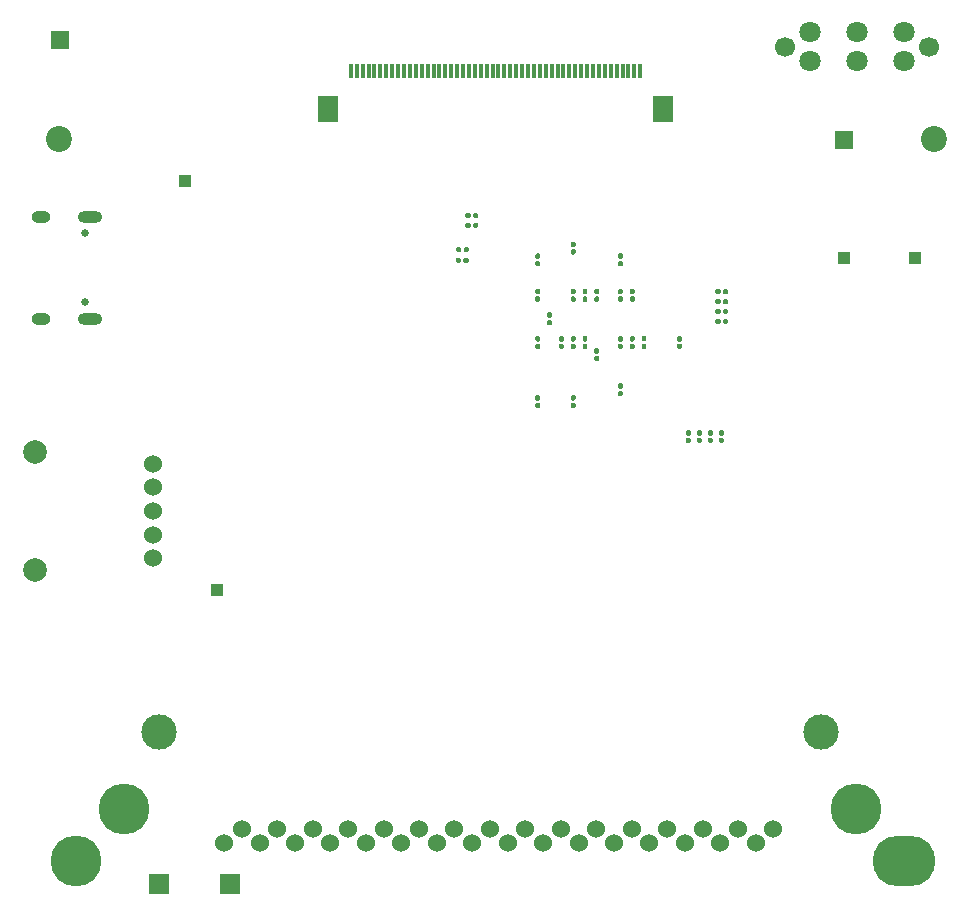
<source format=gbs>
G04 #@! TF.GenerationSoftware,KiCad,Pcbnew,(5.1.10-1-10_14)*
G04 #@! TF.CreationDate,2021-07-07T16:40:42+02:00*
G04 #@! TF.ProjectId,gb-fpga,67622d66-7067-4612-9e6b-696361645f70,rev?*
G04 #@! TF.SameCoordinates,Original*
G04 #@! TF.FileFunction,Soldermask,Bot*
G04 #@! TF.FilePolarity,Negative*
%FSLAX46Y46*%
G04 Gerber Fmt 4.6, Leading zero omitted, Abs format (unit mm)*
G04 Created by KiCad (PCBNEW (5.1.10-1-10_14)) date 2021-07-07 16:40:42*
%MOMM*%
%LPD*%
G01*
G04 APERTURE LIST*
%ADD10C,2.000000*%
%ADD11C,1.524000*%
%ADD12C,1.800000*%
%ADD13C,1.700000*%
%ADD14C,4.300000*%
%ADD15C,3.000000*%
%ADD16O,5.300000X4.300000*%
%ADD17C,2.200000*%
%ADD18O,2.100000X1.000000*%
%ADD19O,1.600000X1.000000*%
%ADD20C,0.650000*%
%ADD21R,1.700000X1.700000*%
%ADD22R,1.800000X2.200000*%
%ADD23R,0.300000X1.300000*%
%ADD24R,1.000000X1.000000*%
%ADD25R,1.500000X1.500000*%
G04 APERTURE END LIST*
D10*
X1500000Y39600000D03*
X1500000Y29600000D03*
D11*
X11500000Y38600000D03*
X11500000Y36600000D03*
X11500000Y34600000D03*
X11500000Y32600000D03*
X11500000Y30600000D03*
D12*
X75100000Y72650000D03*
X75100000Y75150000D03*
X71100000Y72650000D03*
X71100000Y75150000D03*
X67100000Y72650000D03*
X67100000Y75150000D03*
D13*
X77200000Y73900000D03*
X65000000Y73900000D03*
D14*
X71025000Y9400000D03*
X9025000Y9400000D03*
D15*
X68025000Y15900000D03*
X12025000Y15900000D03*
D11*
X64025000Y7700000D03*
X61025000Y7700000D03*
X58025000Y7700000D03*
X55025000Y7700000D03*
X52025000Y7700000D03*
X49025000Y7700000D03*
X46025000Y7700000D03*
X43025000Y7700000D03*
X40025000Y7700000D03*
X37025000Y7700000D03*
X34025000Y7700000D03*
X31025000Y7700000D03*
X28025000Y7700000D03*
X25025000Y7700000D03*
X22025000Y7700000D03*
X19025000Y7700000D03*
X62525000Y6500000D03*
X59525000Y6500000D03*
X56525000Y6500000D03*
X53525000Y6500000D03*
X50525000Y6500000D03*
X47525000Y6500000D03*
X44525000Y6500000D03*
X41525000Y6500000D03*
X38525000Y6500000D03*
X35525000Y6500000D03*
X32525000Y6500000D03*
X29525000Y6500000D03*
X26525000Y6500000D03*
X23525000Y6500000D03*
X20525000Y6500000D03*
X17525000Y6500000D03*
D14*
X5000000Y5000000D03*
D16*
X75100000Y5000000D03*
D17*
X77600000Y66100000D03*
X3500000Y66100000D03*
D18*
X6205000Y59520000D03*
X6205000Y50880000D03*
D19*
X2025000Y59520000D03*
X2025000Y50880000D03*
D20*
X5705000Y52310000D03*
X5705000Y58090000D03*
D21*
X18000000Y3000000D03*
X12000000Y3000000D03*
D22*
X26350000Y68600000D03*
X54650000Y68600000D03*
D23*
X52750000Y71850000D03*
X52250000Y71850000D03*
X51750000Y71850000D03*
X51250000Y71850000D03*
X50750000Y71850000D03*
X50250000Y71850000D03*
X49750000Y71850000D03*
X49250000Y71850000D03*
X48750000Y71850000D03*
X48250000Y71850000D03*
X47750000Y71850000D03*
X47250000Y71850000D03*
X46750000Y71850000D03*
X46250000Y71850000D03*
X45750000Y71850000D03*
X45250000Y71850000D03*
X44750000Y71850000D03*
X44250000Y71850000D03*
X43750000Y71850000D03*
X43250000Y71850000D03*
X42750000Y71850000D03*
X42250000Y71850000D03*
X41750000Y71850000D03*
X41250000Y71850000D03*
X40750000Y71850000D03*
X40250000Y71850000D03*
X39750000Y71850000D03*
X39250000Y71850000D03*
X38750000Y71850000D03*
X38250000Y71850000D03*
X37750000Y71850000D03*
X37250000Y71850000D03*
X36750000Y71850000D03*
X36250000Y71850000D03*
X35750000Y71850000D03*
X35250000Y71850000D03*
X34750000Y71850000D03*
X34250000Y71850000D03*
X33750000Y71850000D03*
X33250000Y71850000D03*
X32750000Y71850000D03*
X32250000Y71850000D03*
X31750000Y71850000D03*
X31250000Y71850000D03*
X30750000Y71850000D03*
X30250000Y71850000D03*
X29750000Y71850000D03*
X29250000Y71850000D03*
X28750000Y71850000D03*
X28250000Y71850000D03*
G36*
G01*
X51975000Y49400000D02*
X52175000Y49400000D01*
G75*
G02*
X52275000Y49300000I0J-100000D01*
G01*
X52275000Y49040000D01*
G75*
G02*
X52175000Y48940000I-100000J0D01*
G01*
X51975000Y48940000D01*
G75*
G02*
X51875000Y49040000I0J100000D01*
G01*
X51875000Y49300000D01*
G75*
G02*
X51975000Y49400000I100000J0D01*
G01*
G37*
G36*
G01*
X51975000Y48760000D02*
X52175000Y48760000D01*
G75*
G02*
X52275000Y48660000I0J-100000D01*
G01*
X52275000Y48400000D01*
G75*
G02*
X52175000Y48300000I-100000J0D01*
G01*
X51975000Y48300000D01*
G75*
G02*
X51875000Y48400000I0J100000D01*
G01*
X51875000Y48660000D01*
G75*
G02*
X51975000Y48760000I100000J0D01*
G01*
G37*
G36*
G01*
X46175000Y48940000D02*
X45975000Y48940000D01*
G75*
G02*
X45875000Y49040000I0J100000D01*
G01*
X45875000Y49300000D01*
G75*
G02*
X45975000Y49400000I100000J0D01*
G01*
X46175000Y49400000D01*
G75*
G02*
X46275000Y49300000I0J-100000D01*
G01*
X46275000Y49040000D01*
G75*
G02*
X46175000Y48940000I-100000J0D01*
G01*
G37*
G36*
G01*
X46175000Y48300000D02*
X45975000Y48300000D01*
G75*
G02*
X45875000Y48400000I0J100000D01*
G01*
X45875000Y48660000D01*
G75*
G02*
X45975000Y48760000I100000J0D01*
G01*
X46175000Y48760000D01*
G75*
G02*
X46275000Y48660000I0J-100000D01*
G01*
X46275000Y48400000D01*
G75*
G02*
X46175000Y48300000I-100000J0D01*
G01*
G37*
G36*
G01*
X49175000Y47275000D02*
X48975000Y47275000D01*
G75*
G02*
X48875000Y47375000I0J100000D01*
G01*
X48875000Y47635000D01*
G75*
G02*
X48975000Y47735000I100000J0D01*
G01*
X49175000Y47735000D01*
G75*
G02*
X49275000Y47635000I0J-100000D01*
G01*
X49275000Y47375000D01*
G75*
G02*
X49175000Y47275000I-100000J0D01*
G01*
G37*
G36*
G01*
X49175000Y47915000D02*
X48975000Y47915000D01*
G75*
G02*
X48875000Y48015000I0J100000D01*
G01*
X48875000Y48275000D01*
G75*
G02*
X48975000Y48375000I100000J0D01*
G01*
X49175000Y48375000D01*
G75*
G02*
X49275000Y48275000I0J-100000D01*
G01*
X49275000Y48015000D01*
G75*
G02*
X49175000Y47915000I-100000J0D01*
G01*
G37*
G36*
G01*
X55975000Y48760000D02*
X56175000Y48760000D01*
G75*
G02*
X56275000Y48660000I0J-100000D01*
G01*
X56275000Y48400000D01*
G75*
G02*
X56175000Y48300000I-100000J0D01*
G01*
X55975000Y48300000D01*
G75*
G02*
X55875000Y48400000I0J100000D01*
G01*
X55875000Y48660000D01*
G75*
G02*
X55975000Y48760000I100000J0D01*
G01*
G37*
G36*
G01*
X55975000Y49400000D02*
X56175000Y49400000D01*
G75*
G02*
X56275000Y49300000I0J-100000D01*
G01*
X56275000Y49040000D01*
G75*
G02*
X56175000Y48940000I-100000J0D01*
G01*
X55975000Y48940000D01*
G75*
G02*
X55875000Y49040000I0J100000D01*
G01*
X55875000Y49300000D01*
G75*
G02*
X55975000Y49400000I100000J0D01*
G01*
G37*
G36*
G01*
X47175000Y52940000D02*
X46975000Y52940000D01*
G75*
G02*
X46875000Y53040000I0J100000D01*
G01*
X46875000Y53300000D01*
G75*
G02*
X46975000Y53400000I100000J0D01*
G01*
X47175000Y53400000D01*
G75*
G02*
X47275000Y53300000I0J-100000D01*
G01*
X47275000Y53040000D01*
G75*
G02*
X47175000Y52940000I-100000J0D01*
G01*
G37*
G36*
G01*
X47175000Y52300000D02*
X46975000Y52300000D01*
G75*
G02*
X46875000Y52400000I0J100000D01*
G01*
X46875000Y52660000D01*
G75*
G02*
X46975000Y52760000I100000J0D01*
G01*
X47175000Y52760000D01*
G75*
G02*
X47275000Y52660000I0J-100000D01*
G01*
X47275000Y52400000D01*
G75*
G02*
X47175000Y52300000I-100000J0D01*
G01*
G37*
G36*
G01*
X49175000Y52300000D02*
X48975000Y52300000D01*
G75*
G02*
X48875000Y52400000I0J100000D01*
G01*
X48875000Y52660000D01*
G75*
G02*
X48975000Y52760000I100000J0D01*
G01*
X49175000Y52760000D01*
G75*
G02*
X49275000Y52660000I0J-100000D01*
G01*
X49275000Y52400000D01*
G75*
G02*
X49175000Y52300000I-100000J0D01*
G01*
G37*
G36*
G01*
X49175000Y52940000D02*
X48975000Y52940000D01*
G75*
G02*
X48875000Y53040000I0J100000D01*
G01*
X48875000Y53300000D01*
G75*
G02*
X48975000Y53400000I100000J0D01*
G01*
X49175000Y53400000D01*
G75*
G02*
X49275000Y53300000I0J-100000D01*
G01*
X49275000Y53040000D01*
G75*
G02*
X49175000Y52940000I-100000J0D01*
G01*
G37*
G36*
G01*
X50975000Y52755000D02*
X51175000Y52755000D01*
G75*
G02*
X51275000Y52655000I0J-100000D01*
G01*
X51275000Y52395000D01*
G75*
G02*
X51175000Y52295000I-100000J0D01*
G01*
X50975000Y52295000D01*
G75*
G02*
X50875000Y52395000I0J100000D01*
G01*
X50875000Y52655000D01*
G75*
G02*
X50975000Y52755000I100000J0D01*
G01*
G37*
G36*
G01*
X50975000Y53395000D02*
X51175000Y53395000D01*
G75*
G02*
X51275000Y53295000I0J-100000D01*
G01*
X51275000Y53035000D01*
G75*
G02*
X51175000Y52935000I-100000J0D01*
G01*
X50975000Y52935000D01*
G75*
G02*
X50875000Y53035000I0J100000D01*
G01*
X50875000Y53295000D01*
G75*
G02*
X50975000Y53395000I100000J0D01*
G01*
G37*
G36*
G01*
X48175000Y48300000D02*
X47975000Y48300000D01*
G75*
G02*
X47875000Y48400000I0J100000D01*
G01*
X47875000Y48660000D01*
G75*
G02*
X47975000Y48760000I100000J0D01*
G01*
X48175000Y48760000D01*
G75*
G02*
X48275000Y48660000I0J-100000D01*
G01*
X48275000Y48400000D01*
G75*
G02*
X48175000Y48300000I-100000J0D01*
G01*
G37*
G36*
G01*
X48175000Y48940000D02*
X47975000Y48940000D01*
G75*
G02*
X47875000Y49040000I0J100000D01*
G01*
X47875000Y49300000D01*
G75*
G02*
X47975000Y49400000I100000J0D01*
G01*
X48175000Y49400000D01*
G75*
G02*
X48275000Y49300000I0J-100000D01*
G01*
X48275000Y49040000D01*
G75*
G02*
X48175000Y48940000I-100000J0D01*
G01*
G37*
G36*
G01*
X47975000Y52760000D02*
X48175000Y52760000D01*
G75*
G02*
X48275000Y52660000I0J-100000D01*
G01*
X48275000Y52400000D01*
G75*
G02*
X48175000Y52300000I-100000J0D01*
G01*
X47975000Y52300000D01*
G75*
G02*
X47875000Y52400000I0J100000D01*
G01*
X47875000Y52660000D01*
G75*
G02*
X47975000Y52760000I100000J0D01*
G01*
G37*
G36*
G01*
X47975000Y53400000D02*
X48175000Y53400000D01*
G75*
G02*
X48275000Y53300000I0J-100000D01*
G01*
X48275000Y53040000D01*
G75*
G02*
X48175000Y52940000I-100000J0D01*
G01*
X47975000Y52940000D01*
G75*
G02*
X47875000Y53040000I0J100000D01*
G01*
X47875000Y53300000D01*
G75*
G02*
X47975000Y53400000I100000J0D01*
G01*
G37*
G36*
G01*
X51175000Y48300000D02*
X50975000Y48300000D01*
G75*
G02*
X50875000Y48400000I0J100000D01*
G01*
X50875000Y48660000D01*
G75*
G02*
X50975000Y48760000I100000J0D01*
G01*
X51175000Y48760000D01*
G75*
G02*
X51275000Y48660000I0J-100000D01*
G01*
X51275000Y48400000D01*
G75*
G02*
X51175000Y48300000I-100000J0D01*
G01*
G37*
G36*
G01*
X51175000Y48940000D02*
X50975000Y48940000D01*
G75*
G02*
X50875000Y49040000I0J100000D01*
G01*
X50875000Y49300000D01*
G75*
G02*
X50975000Y49400000I100000J0D01*
G01*
X51175000Y49400000D01*
G75*
G02*
X51275000Y49300000I0J-100000D01*
G01*
X51275000Y49040000D01*
G75*
G02*
X51175000Y48940000I-100000J0D01*
G01*
G37*
G36*
G01*
X52175000Y52940000D02*
X51975000Y52940000D01*
G75*
G02*
X51875000Y53040000I0J100000D01*
G01*
X51875000Y53300000D01*
G75*
G02*
X51975000Y53400000I100000J0D01*
G01*
X52175000Y53400000D01*
G75*
G02*
X52275000Y53300000I0J-100000D01*
G01*
X52275000Y53040000D01*
G75*
G02*
X52175000Y52940000I-100000J0D01*
G01*
G37*
G36*
G01*
X52175000Y52300000D02*
X51975000Y52300000D01*
G75*
G02*
X51875000Y52400000I0J100000D01*
G01*
X51875000Y52660000D01*
G75*
G02*
X51975000Y52760000I100000J0D01*
G01*
X52175000Y52760000D01*
G75*
G02*
X52275000Y52660000I0J-100000D01*
G01*
X52275000Y52400000D01*
G75*
G02*
X52175000Y52300000I-100000J0D01*
G01*
G37*
G36*
G01*
X46975000Y48760000D02*
X47175000Y48760000D01*
G75*
G02*
X47275000Y48660000I0J-100000D01*
G01*
X47275000Y48400000D01*
G75*
G02*
X47175000Y48300000I-100000J0D01*
G01*
X46975000Y48300000D01*
G75*
G02*
X46875000Y48400000I0J100000D01*
G01*
X46875000Y48660000D01*
G75*
G02*
X46975000Y48760000I100000J0D01*
G01*
G37*
G36*
G01*
X46975000Y49400000D02*
X47175000Y49400000D01*
G75*
G02*
X47275000Y49300000I0J-100000D01*
G01*
X47275000Y49040000D01*
G75*
G02*
X47175000Y48940000I-100000J0D01*
G01*
X46975000Y48940000D01*
G75*
G02*
X46875000Y49040000I0J100000D01*
G01*
X46875000Y49300000D01*
G75*
G02*
X46975000Y49400000I100000J0D01*
G01*
G37*
G36*
G01*
X53175000Y48305000D02*
X52975000Y48305000D01*
G75*
G02*
X52875000Y48405000I0J100000D01*
G01*
X52875000Y48665000D01*
G75*
G02*
X52975000Y48765000I100000J0D01*
G01*
X53175000Y48765000D01*
G75*
G02*
X53275000Y48665000I0J-100000D01*
G01*
X53275000Y48405000D01*
G75*
G02*
X53175000Y48305000I-100000J0D01*
G01*
G37*
G36*
G01*
X53175000Y48945000D02*
X52975000Y48945000D01*
G75*
G02*
X52875000Y49045000I0J100000D01*
G01*
X52875000Y49305000D01*
G75*
G02*
X52975000Y49405000I100000J0D01*
G01*
X53175000Y49405000D01*
G75*
G02*
X53275000Y49305000I0J-100000D01*
G01*
X53275000Y49045000D01*
G75*
G02*
X53175000Y48945000I-100000J0D01*
G01*
G37*
G36*
G01*
X39050000Y59700000D02*
X39050000Y59500000D01*
G75*
G02*
X38950000Y59400000I-100000J0D01*
G01*
X38690000Y59400000D01*
G75*
G02*
X38590000Y59500000I0J100000D01*
G01*
X38590000Y59700000D01*
G75*
G02*
X38690000Y59800000I100000J0D01*
G01*
X38950000Y59800000D01*
G75*
G02*
X39050000Y59700000I0J-100000D01*
G01*
G37*
G36*
G01*
X38410000Y59700000D02*
X38410000Y59500000D01*
G75*
G02*
X38310000Y59400000I-100000J0D01*
G01*
X38050000Y59400000D01*
G75*
G02*
X37950000Y59500000I0J100000D01*
G01*
X37950000Y59700000D01*
G75*
G02*
X38050000Y59800000I100000J0D01*
G01*
X38310000Y59800000D01*
G75*
G02*
X38410000Y59700000I0J-100000D01*
G01*
G37*
G36*
G01*
X59740000Y52220000D02*
X59740000Y52420000D01*
G75*
G02*
X59840000Y52520000I100000J0D01*
G01*
X60100000Y52520000D01*
G75*
G02*
X60200000Y52420000I0J-100000D01*
G01*
X60200000Y52220000D01*
G75*
G02*
X60100000Y52120000I-100000J0D01*
G01*
X59840000Y52120000D01*
G75*
G02*
X59740000Y52220000I0J100000D01*
G01*
G37*
G36*
G01*
X59100000Y52220000D02*
X59100000Y52420000D01*
G75*
G02*
X59200000Y52520000I100000J0D01*
G01*
X59460000Y52520000D01*
G75*
G02*
X59560000Y52420000I0J-100000D01*
G01*
X59560000Y52220000D01*
G75*
G02*
X59460000Y52120000I-100000J0D01*
G01*
X59200000Y52120000D01*
G75*
G02*
X59100000Y52220000I0J100000D01*
G01*
G37*
G36*
G01*
X57660000Y40800000D02*
X57860000Y40800000D01*
G75*
G02*
X57960000Y40700000I0J-100000D01*
G01*
X57960000Y40440000D01*
G75*
G02*
X57860000Y40340000I-100000J0D01*
G01*
X57660000Y40340000D01*
G75*
G02*
X57560000Y40440000I0J100000D01*
G01*
X57560000Y40700000D01*
G75*
G02*
X57660000Y40800000I100000J0D01*
G01*
G37*
G36*
G01*
X57660000Y41440000D02*
X57860000Y41440000D01*
G75*
G02*
X57960000Y41340000I0J-100000D01*
G01*
X57960000Y41080000D01*
G75*
G02*
X57860000Y40980000I-100000J0D01*
G01*
X57660000Y40980000D01*
G75*
G02*
X57560000Y41080000I0J100000D01*
G01*
X57560000Y41340000D01*
G75*
G02*
X57660000Y41440000I100000J0D01*
G01*
G37*
G36*
G01*
X43975000Y44400000D02*
X44175000Y44400000D01*
G75*
G02*
X44275000Y44300000I0J-100000D01*
G01*
X44275000Y44040000D01*
G75*
G02*
X44175000Y43940000I-100000J0D01*
G01*
X43975000Y43940000D01*
G75*
G02*
X43875000Y44040000I0J100000D01*
G01*
X43875000Y44300000D01*
G75*
G02*
X43975000Y44400000I100000J0D01*
G01*
G37*
G36*
G01*
X43975000Y43760000D02*
X44175000Y43760000D01*
G75*
G02*
X44275000Y43660000I0J-100000D01*
G01*
X44275000Y43400000D01*
G75*
G02*
X44175000Y43300000I-100000J0D01*
G01*
X43975000Y43300000D01*
G75*
G02*
X43875000Y43400000I0J100000D01*
G01*
X43875000Y43660000D01*
G75*
G02*
X43975000Y43760000I100000J0D01*
G01*
G37*
G36*
G01*
X44975000Y51400000D02*
X45175000Y51400000D01*
G75*
G02*
X45275000Y51300000I0J-100000D01*
G01*
X45275000Y51040000D01*
G75*
G02*
X45175000Y50940000I-100000J0D01*
G01*
X44975000Y50940000D01*
G75*
G02*
X44875000Y51040000I0J100000D01*
G01*
X44875000Y51300000D01*
G75*
G02*
X44975000Y51400000I100000J0D01*
G01*
G37*
G36*
G01*
X44975000Y50760000D02*
X45175000Y50760000D01*
G75*
G02*
X45275000Y50660000I0J-100000D01*
G01*
X45275000Y50400000D01*
G75*
G02*
X45175000Y50300000I-100000J0D01*
G01*
X44975000Y50300000D01*
G75*
G02*
X44875000Y50400000I0J100000D01*
G01*
X44875000Y50660000D01*
G75*
G02*
X44975000Y50760000I100000J0D01*
G01*
G37*
G36*
G01*
X43975000Y48760000D02*
X44175000Y48760000D01*
G75*
G02*
X44275000Y48660000I0J-100000D01*
G01*
X44275000Y48400000D01*
G75*
G02*
X44175000Y48300000I-100000J0D01*
G01*
X43975000Y48300000D01*
G75*
G02*
X43875000Y48400000I0J100000D01*
G01*
X43875000Y48660000D01*
G75*
G02*
X43975000Y48760000I100000J0D01*
G01*
G37*
G36*
G01*
X43975000Y49400000D02*
X44175000Y49400000D01*
G75*
G02*
X44275000Y49300000I0J-100000D01*
G01*
X44275000Y49040000D01*
G75*
G02*
X44175000Y48940000I-100000J0D01*
G01*
X43975000Y48940000D01*
G75*
G02*
X43875000Y49040000I0J100000D01*
G01*
X43875000Y49300000D01*
G75*
G02*
X43975000Y49400000I100000J0D01*
G01*
G37*
G36*
G01*
X51175000Y44300000D02*
X50975000Y44300000D01*
G75*
G02*
X50875000Y44400000I0J100000D01*
G01*
X50875000Y44660000D01*
G75*
G02*
X50975000Y44760000I100000J0D01*
G01*
X51175000Y44760000D01*
G75*
G02*
X51275000Y44660000I0J-100000D01*
G01*
X51275000Y44400000D01*
G75*
G02*
X51175000Y44300000I-100000J0D01*
G01*
G37*
G36*
G01*
X51175000Y44940000D02*
X50975000Y44940000D01*
G75*
G02*
X50875000Y45040000I0J100000D01*
G01*
X50875000Y45300000D01*
G75*
G02*
X50975000Y45400000I100000J0D01*
G01*
X51175000Y45400000D01*
G75*
G02*
X51275000Y45300000I0J-100000D01*
G01*
X51275000Y45040000D01*
G75*
G02*
X51175000Y44940000I-100000J0D01*
G01*
G37*
G36*
G01*
X56720000Y40800000D02*
X56920000Y40800000D01*
G75*
G02*
X57020000Y40700000I0J-100000D01*
G01*
X57020000Y40440000D01*
G75*
G02*
X56920000Y40340000I-100000J0D01*
G01*
X56720000Y40340000D01*
G75*
G02*
X56620000Y40440000I0J100000D01*
G01*
X56620000Y40700000D01*
G75*
G02*
X56720000Y40800000I100000J0D01*
G01*
G37*
G36*
G01*
X56720000Y41440000D02*
X56920000Y41440000D01*
G75*
G02*
X57020000Y41340000I0J-100000D01*
G01*
X57020000Y41080000D01*
G75*
G02*
X56920000Y40980000I-100000J0D01*
G01*
X56720000Y40980000D01*
G75*
G02*
X56620000Y41080000I0J100000D01*
G01*
X56620000Y41340000D01*
G75*
G02*
X56720000Y41440000I100000J0D01*
G01*
G37*
G36*
G01*
X58590000Y41440000D02*
X58790000Y41440000D01*
G75*
G02*
X58890000Y41340000I0J-100000D01*
G01*
X58890000Y41080000D01*
G75*
G02*
X58790000Y40980000I-100000J0D01*
G01*
X58590000Y40980000D01*
G75*
G02*
X58490000Y41080000I0J100000D01*
G01*
X58490000Y41340000D01*
G75*
G02*
X58590000Y41440000I100000J0D01*
G01*
G37*
G36*
G01*
X58590000Y40800000D02*
X58790000Y40800000D01*
G75*
G02*
X58890000Y40700000I0J-100000D01*
G01*
X58890000Y40440000D01*
G75*
G02*
X58790000Y40340000I-100000J0D01*
G01*
X58590000Y40340000D01*
G75*
G02*
X58490000Y40440000I0J100000D01*
G01*
X58490000Y40700000D01*
G75*
G02*
X58590000Y40800000I100000J0D01*
G01*
G37*
G36*
G01*
X59100000Y51380000D02*
X59100000Y51580000D01*
G75*
G02*
X59200000Y51680000I100000J0D01*
G01*
X59460000Y51680000D01*
G75*
G02*
X59560000Y51580000I0J-100000D01*
G01*
X59560000Y51380000D01*
G75*
G02*
X59460000Y51280000I-100000J0D01*
G01*
X59200000Y51280000D01*
G75*
G02*
X59100000Y51380000I0J100000D01*
G01*
G37*
G36*
G01*
X59740000Y51380000D02*
X59740000Y51580000D01*
G75*
G02*
X59840000Y51680000I100000J0D01*
G01*
X60100000Y51680000D01*
G75*
G02*
X60200000Y51580000I0J-100000D01*
G01*
X60200000Y51380000D01*
G75*
G02*
X60100000Y51280000I-100000J0D01*
G01*
X59840000Y51280000D01*
G75*
G02*
X59740000Y51380000I0J100000D01*
G01*
G37*
G36*
G01*
X44175000Y52940000D02*
X43975000Y52940000D01*
G75*
G02*
X43875000Y53040000I0J100000D01*
G01*
X43875000Y53300000D01*
G75*
G02*
X43975000Y53400000I100000J0D01*
G01*
X44175000Y53400000D01*
G75*
G02*
X44275000Y53300000I0J-100000D01*
G01*
X44275000Y53040000D01*
G75*
G02*
X44175000Y52940000I-100000J0D01*
G01*
G37*
G36*
G01*
X44175000Y52300000D02*
X43975000Y52300000D01*
G75*
G02*
X43875000Y52400000I0J100000D01*
G01*
X43875000Y52660000D01*
G75*
G02*
X43975000Y52760000I100000J0D01*
G01*
X44175000Y52760000D01*
G75*
G02*
X44275000Y52660000I0J-100000D01*
G01*
X44275000Y52400000D01*
G75*
G02*
X44175000Y52300000I-100000J0D01*
G01*
G37*
G36*
G01*
X43975000Y55760000D02*
X44175000Y55760000D01*
G75*
G02*
X44275000Y55660000I0J-100000D01*
G01*
X44275000Y55400000D01*
G75*
G02*
X44175000Y55300000I-100000J0D01*
G01*
X43975000Y55300000D01*
G75*
G02*
X43875000Y55400000I0J100000D01*
G01*
X43875000Y55660000D01*
G75*
G02*
X43975000Y55760000I100000J0D01*
G01*
G37*
G36*
G01*
X43975000Y56400000D02*
X44175000Y56400000D01*
G75*
G02*
X44275000Y56300000I0J-100000D01*
G01*
X44275000Y56040000D01*
G75*
G02*
X44175000Y55940000I-100000J0D01*
G01*
X43975000Y55940000D01*
G75*
G02*
X43875000Y56040000I0J100000D01*
G01*
X43875000Y56300000D01*
G75*
G02*
X43975000Y56400000I100000J0D01*
G01*
G37*
G36*
G01*
X47175000Y56300000D02*
X46975000Y56300000D01*
G75*
G02*
X46875000Y56400000I0J100000D01*
G01*
X46875000Y56660000D01*
G75*
G02*
X46975000Y56760000I100000J0D01*
G01*
X47175000Y56760000D01*
G75*
G02*
X47275000Y56660000I0J-100000D01*
G01*
X47275000Y56400000D01*
G75*
G02*
X47175000Y56300000I-100000J0D01*
G01*
G37*
G36*
G01*
X47175000Y56940000D02*
X46975000Y56940000D01*
G75*
G02*
X46875000Y57040000I0J100000D01*
G01*
X46875000Y57300000D01*
G75*
G02*
X46975000Y57400000I100000J0D01*
G01*
X47175000Y57400000D01*
G75*
G02*
X47275000Y57300000I0J-100000D01*
G01*
X47275000Y57040000D01*
G75*
G02*
X47175000Y56940000I-100000J0D01*
G01*
G37*
G36*
G01*
X59520000Y40800000D02*
X59720000Y40800000D01*
G75*
G02*
X59820000Y40700000I0J-100000D01*
G01*
X59820000Y40440000D01*
G75*
G02*
X59720000Y40340000I-100000J0D01*
G01*
X59520000Y40340000D01*
G75*
G02*
X59420000Y40440000I0J100000D01*
G01*
X59420000Y40700000D01*
G75*
G02*
X59520000Y40800000I100000J0D01*
G01*
G37*
G36*
G01*
X59520000Y41440000D02*
X59720000Y41440000D01*
G75*
G02*
X59820000Y41340000I0J-100000D01*
G01*
X59820000Y41080000D01*
G75*
G02*
X59720000Y40980000I-100000J0D01*
G01*
X59520000Y40980000D01*
G75*
G02*
X59420000Y41080000I0J100000D01*
G01*
X59420000Y41340000D01*
G75*
G02*
X59520000Y41440000I100000J0D01*
G01*
G37*
G36*
G01*
X59100000Y53050000D02*
X59100000Y53250000D01*
G75*
G02*
X59200000Y53350000I100000J0D01*
G01*
X59460000Y53350000D01*
G75*
G02*
X59560000Y53250000I0J-100000D01*
G01*
X59560000Y53050000D01*
G75*
G02*
X59460000Y52950000I-100000J0D01*
G01*
X59200000Y52950000D01*
G75*
G02*
X59100000Y53050000I0J100000D01*
G01*
G37*
G36*
G01*
X59740000Y53050000D02*
X59740000Y53250000D01*
G75*
G02*
X59840000Y53350000I100000J0D01*
G01*
X60100000Y53350000D01*
G75*
G02*
X60200000Y53250000I0J-100000D01*
G01*
X60200000Y53050000D01*
G75*
G02*
X60100000Y52950000I-100000J0D01*
G01*
X59840000Y52950000D01*
G75*
G02*
X59740000Y53050000I0J100000D01*
G01*
G37*
G36*
G01*
X38250000Y56810000D02*
X38250000Y56610000D01*
G75*
G02*
X38150000Y56510000I-100000J0D01*
G01*
X37890000Y56510000D01*
G75*
G02*
X37790000Y56610000I0J100000D01*
G01*
X37790000Y56810000D01*
G75*
G02*
X37890000Y56910000I100000J0D01*
G01*
X38150000Y56910000D01*
G75*
G02*
X38250000Y56810000I0J-100000D01*
G01*
G37*
G36*
G01*
X37610000Y56810000D02*
X37610000Y56610000D01*
G75*
G02*
X37510000Y56510000I-100000J0D01*
G01*
X37250000Y56510000D01*
G75*
G02*
X37150000Y56610000I0J100000D01*
G01*
X37150000Y56810000D01*
G75*
G02*
X37250000Y56910000I100000J0D01*
G01*
X37510000Y56910000D01*
G75*
G02*
X37610000Y56810000I0J-100000D01*
G01*
G37*
G36*
G01*
X38400000Y58870000D02*
X38400000Y58670000D01*
G75*
G02*
X38300000Y58570000I-100000J0D01*
G01*
X38040000Y58570000D01*
G75*
G02*
X37940000Y58670000I0J100000D01*
G01*
X37940000Y58870000D01*
G75*
G02*
X38040000Y58970000I100000J0D01*
G01*
X38300000Y58970000D01*
G75*
G02*
X38400000Y58870000I0J-100000D01*
G01*
G37*
G36*
G01*
X39040000Y58870000D02*
X39040000Y58670000D01*
G75*
G02*
X38940000Y58570000I-100000J0D01*
G01*
X38680000Y58570000D01*
G75*
G02*
X38580000Y58670000I0J100000D01*
G01*
X38580000Y58870000D01*
G75*
G02*
X38680000Y58970000I100000J0D01*
G01*
X38940000Y58970000D01*
G75*
G02*
X39040000Y58870000I0J-100000D01*
G01*
G37*
G36*
G01*
X59740000Y50540000D02*
X59740000Y50740000D01*
G75*
G02*
X59840000Y50840000I100000J0D01*
G01*
X60100000Y50840000D01*
G75*
G02*
X60200000Y50740000I0J-100000D01*
G01*
X60200000Y50540000D01*
G75*
G02*
X60100000Y50440000I-100000J0D01*
G01*
X59840000Y50440000D01*
G75*
G02*
X59740000Y50540000I0J100000D01*
G01*
G37*
G36*
G01*
X59100000Y50540000D02*
X59100000Y50740000D01*
G75*
G02*
X59200000Y50840000I100000J0D01*
G01*
X59460000Y50840000D01*
G75*
G02*
X59560000Y50740000I0J-100000D01*
G01*
X59560000Y50540000D01*
G75*
G02*
X59460000Y50440000I-100000J0D01*
G01*
X59200000Y50440000D01*
G75*
G02*
X59100000Y50540000I0J100000D01*
G01*
G37*
G36*
G01*
X50975000Y55760000D02*
X51175000Y55760000D01*
G75*
G02*
X51275000Y55660000I0J-100000D01*
G01*
X51275000Y55400000D01*
G75*
G02*
X51175000Y55300000I-100000J0D01*
G01*
X50975000Y55300000D01*
G75*
G02*
X50875000Y55400000I0J100000D01*
G01*
X50875000Y55660000D01*
G75*
G02*
X50975000Y55760000I100000J0D01*
G01*
G37*
G36*
G01*
X50975000Y56400000D02*
X51175000Y56400000D01*
G75*
G02*
X51275000Y56300000I0J-100000D01*
G01*
X51275000Y56040000D01*
G75*
G02*
X51175000Y55940000I-100000J0D01*
G01*
X50975000Y55940000D01*
G75*
G02*
X50875000Y56040000I0J100000D01*
G01*
X50875000Y56300000D01*
G75*
G02*
X50975000Y56400000I100000J0D01*
G01*
G37*
G36*
G01*
X38230000Y55910000D02*
X38230000Y55710000D01*
G75*
G02*
X38130000Y55610000I-100000J0D01*
G01*
X37870000Y55610000D01*
G75*
G02*
X37770000Y55710000I0J100000D01*
G01*
X37770000Y55910000D01*
G75*
G02*
X37870000Y56010000I100000J0D01*
G01*
X38130000Y56010000D01*
G75*
G02*
X38230000Y55910000I0J-100000D01*
G01*
G37*
G36*
G01*
X37590000Y55910000D02*
X37590000Y55710000D01*
G75*
G02*
X37490000Y55610000I-100000J0D01*
G01*
X37230000Y55610000D01*
G75*
G02*
X37130000Y55710000I0J100000D01*
G01*
X37130000Y55910000D01*
G75*
G02*
X37230000Y56010000I100000J0D01*
G01*
X37490000Y56010000D01*
G75*
G02*
X37590000Y55910000I0J-100000D01*
G01*
G37*
G36*
G01*
X46975000Y44400000D02*
X47175000Y44400000D01*
G75*
G02*
X47275000Y44300000I0J-100000D01*
G01*
X47275000Y44040000D01*
G75*
G02*
X47175000Y43940000I-100000J0D01*
G01*
X46975000Y43940000D01*
G75*
G02*
X46875000Y44040000I0J100000D01*
G01*
X46875000Y44300000D01*
G75*
G02*
X46975000Y44400000I100000J0D01*
G01*
G37*
G36*
G01*
X46975000Y43760000D02*
X47175000Y43760000D01*
G75*
G02*
X47275000Y43660000I0J-100000D01*
G01*
X47275000Y43400000D01*
G75*
G02*
X47175000Y43300000I-100000J0D01*
G01*
X46975000Y43300000D01*
G75*
G02*
X46875000Y43400000I0J100000D01*
G01*
X46875000Y43660000D01*
G75*
G02*
X46975000Y43760000I100000J0D01*
G01*
G37*
D24*
X14230000Y62490000D03*
X70000000Y56000000D03*
X16950000Y27930000D03*
X76000000Y56000000D03*
D25*
X70000000Y66000000D03*
X3610000Y74490000D03*
M02*

</source>
